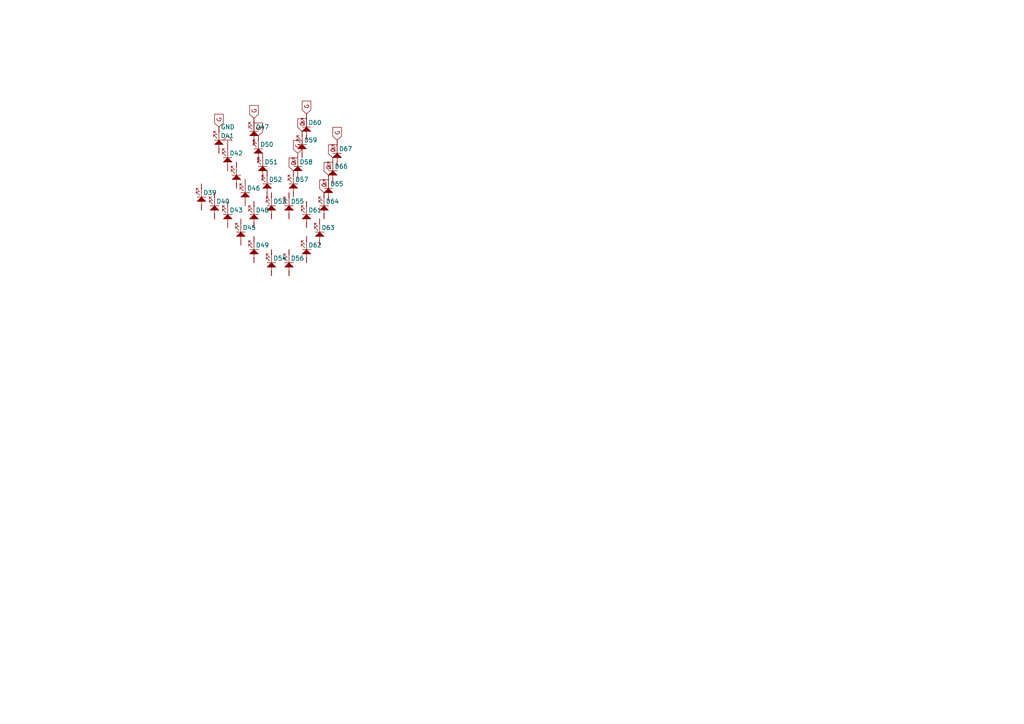
<source format=kicad_sch>
(kicad_sch
	(version 20231120)
	(generator "eeschema")
	(generator_version "8.0")
	(uuid "e641dfd0-07e7-43a4-8d74-b9975aa9fdfa")
	(paper "A4")
	(lib_symbols
		(symbol "PCM_SL_Devices:LED_5mm"
			(exclude_from_sim no)
			(in_bom yes)
			(on_board yes)
			(property "Reference" "D"
				(at -0.508 5.334 0)
				(effects
					(font
						(size 1.27 1.27)
					)
				)
			)
			(property "Value" "LED_5mm"
				(at -0.508 2.794 0)
				(effects
					(font
						(size 1.27 1.27)
					)
				)
			)
			(property "Footprint" "LED_THT:LED_D5.0mm"
				(at -1.016 -2.794 0)
				(effects
					(font
						(size 1.27 1.27)
					)
					(hide yes)
				)
			)
			(property "Datasheet" ""
				(at -1.27 0 0)
				(effects
					(font
						(size 1.27 1.27)
					)
					(hide yes)
				)
			)
			(property "Description" "Common 5mm diameter LED"
				(at 0 0 0)
				(effects
					(font
						(size 1.27 1.27)
					)
					(hide yes)
				)
			)
			(property "ki_fp_filters" "LED_D5.0mm_Clear LED_D5.0mm_Horizontal_O1.27mm_Z3.0mm LED_D5.0mm_Horizontal_O3.81mm_Z3.0mm LED_D5.0mm_Horizontal_O6.35mm_Z3.0mm"
				(at 0 0 0)
				(effects
					(font
						(size 1.27 1.27)
					)
					(hide yes)
				)
			)
			(symbol "LED_5mm_0_1"
				(polyline
					(pts
						(xy -1.27 0) (xy -2.54 0)
					)
					(stroke
						(width 0)
						(type default)
					)
					(fill
						(type none)
					)
				)
				(polyline
					(pts
						(xy 0 1.27) (xy 0 -1.27)
					)
					(stroke
						(width 0)
						(type default)
					)
					(fill
						(type none)
					)
				)
				(polyline
					(pts
						(xy 0.508 0.508) (xy 1.524 1.524)
					)
					(stroke
						(width 0)
						(type default)
					)
					(fill
						(type none)
					)
				)
				(polyline
					(pts
						(xy 1.27 0) (xy 2.54 0)
					)
					(stroke
						(width 0)
						(type default)
					)
					(fill
						(type none)
					)
				)
				(polyline
					(pts
						(xy 1.524 0.508) (xy 2.54 1.524)
					)
					(stroke
						(width 0)
						(type default)
					)
					(fill
						(type none)
					)
				)
				(polyline
					(pts
						(xy 1.524 1.524) (xy 0.889 1.524)
					)
					(stroke
						(width 0)
						(type default)
					)
					(fill
						(type none)
					)
				)
				(polyline
					(pts
						(xy 1.524 1.524) (xy 1.524 0.889)
					)
					(stroke
						(width 0)
						(type default)
					)
					(fill
						(type none)
					)
				)
				(polyline
					(pts
						(xy 2.54 1.524) (xy 1.905 1.524)
					)
					(stroke
						(width 0)
						(type default)
					)
					(fill
						(type none)
					)
				)
				(polyline
					(pts
						(xy 2.54 1.524) (xy 2.54 0.889)
					)
					(stroke
						(width 0)
						(type default)
					)
					(fill
						(type none)
					)
				)
				(polyline
					(pts
						(xy 0 0) (xy -1.27 -1.27) (xy -1.27 1.27) (xy 0 0) (xy 1.27 0)
					)
					(stroke
						(width 0)
						(type default)
					)
					(fill
						(type outline)
					)
				)
			)
			(symbol "LED_5mm_1_1"
				(pin passive line
					(at 3.81 0 180)
					(length 1.5)
					(name "~"
						(effects
							(font
								(size 1.27 1.27)
							)
						)
					)
					(number "1"
						(effects
							(font
								(size 0 0)
							)
						)
					)
				)
				(pin passive line
					(at -3.81 0 0)
					(length 1.5)
					(name ""
						(effects
							(font
								(size 1.27 1.27)
							)
						)
					)
					(number "2"
						(effects
							(font
								(size 0 0)
							)
						)
					)
				)
			)
		)
		(symbol "power:GND"
			(power)
			(pin_numbers hide)
			(pin_names
				(offset 0) hide)
			(exclude_from_sim no)
			(in_bom yes)
			(on_board yes)
			(property "Reference" "#PWR"
				(at 0 -6.35 0)
				(effects
					(font
						(size 1.27 1.27)
					)
					(hide yes)
				)
			)
			(property "Value" "GND"
				(at 0 -3.81 0)
				(effects
					(font
						(size 1.27 1.27)
					)
				)
			)
			(property "Footprint" ""
				(at 0 0 0)
				(effects
					(font
						(size 1.27 1.27)
					)
					(hide yes)
				)
			)
			(property "Datasheet" ""
				(at 0 0 0)
				(effects
					(font
						(size 1.27 1.27)
					)
					(hide yes)
				)
			)
			(property "Description" "Power symbol creates a global label with name \"GND\" , ground"
				(at 0 0 0)
				(effects
					(font
						(size 1.27 1.27)
					)
					(hide yes)
				)
			)
			(property "ki_keywords" "global power"
				(at 0 0 0)
				(effects
					(font
						(size 1.27 1.27)
					)
					(hide yes)
				)
			)
			(symbol "GND_0_1"
				(polyline
					(pts
						(xy 0 0) (xy 0 -1.27) (xy 1.27 -1.27) (xy 0 -2.54) (xy -1.27 -1.27) (xy 0 -1.27)
					)
					(stroke
						(width 0)
						(type default)
					)
					(fill
						(type none)
					)
				)
			)
			(symbol "GND_1_1"
				(pin power_in line
					(at 0 0 270)
					(length 0)
					(name "~"
						(effects
							(font
								(size 1.27 1.27)
							)
						)
					)
					(number "1"
						(effects
							(font
								(size 1.27 1.27)
							)
						)
					)
				)
			)
		)
	)
	(global_label "G"
		(shape input)
		(at 73.66 34.29 90)
		(fields_autoplaced yes)
		(effects
			(font
				(size 1.27 1.27)
			)
			(justify left)
		)
		(uuid "0d1a9212-24be-4ab1-bada-352b9e99a5ce")
		(property "Intersheetrefs" "${INTERSHEET_REFS}"
			(at 73.66 30.0348 90)
			(effects
				(font
					(size 1.27 1.27)
				)
				(justify left)
				(hide yes)
			)
		)
	)
	(global_label "G"
		(shape input)
		(at 93.98 55.88 90)
		(fields_autoplaced yes)
		(effects
			(font
				(size 1.27 1.27)
			)
			(justify left)
		)
		(uuid "205c9311-2ef8-44c6-a630-d5f919d8997a")
		(property "Intersheetrefs" "${INTERSHEET_REFS}"
			(at 93.98 51.6248 90)
			(effects
				(font
					(size 1.27 1.27)
				)
				(justify left)
				(hide yes)
			)
		)
	)
	(global_label "G"
		(shape input)
		(at 85.09 49.53 90)
		(fields_autoplaced yes)
		(effects
			(font
				(size 1.27 1.27)
			)
			(justify left)
		)
		(uuid "245231b1-e5ac-469c-bbfc-1ad8d5973c3c")
		(property "Intersheetrefs" "${INTERSHEET_REFS}"
			(at 85.09 45.2748 90)
			(effects
				(font
					(size 1.27 1.27)
				)
				(justify left)
				(hide yes)
			)
		)
	)
	(global_label "G"
		(shape input)
		(at 95.25 50.8 90)
		(fields_autoplaced yes)
		(effects
			(font
				(size 1.27 1.27)
			)
			(justify left)
		)
		(uuid "295b1f96-4a1b-407a-a250-eae57f8f44ca")
		(property "Intersheetrefs" "${INTERSHEET_REFS}"
			(at 95.25 46.5448 90)
			(effects
				(font
					(size 1.27 1.27)
				)
				(justify left)
				(hide yes)
			)
		)
	)
	(global_label "G"
		(shape input)
		(at 63.5 36.83 90)
		(fields_autoplaced yes)
		(effects
			(font
				(size 1.27 1.27)
			)
			(justify left)
		)
		(uuid "3da08cb5-b686-463b-a687-aa60d27c986a")
		(property "Intersheetrefs" "${INTERSHEET_REFS}"
			(at 63.5 32.5748 90)
			(effects
				(font
					(size 1.27 1.27)
				)
				(justify left)
				(hide yes)
			)
		)
	)
	(global_label "G"
		(shape input)
		(at 97.79 40.64 90)
		(fields_autoplaced yes)
		(effects
			(font
				(size 1.27 1.27)
			)
			(justify left)
		)
		(uuid "3f568986-5a7c-4493-a7ed-3d669facbf77")
		(property "Intersheetrefs" "${INTERSHEET_REFS}"
			(at 97.79 36.3848 90)
			(effects
				(font
					(size 1.27 1.27)
				)
				(justify left)
				(hide yes)
			)
		)
	)
	(global_label "G"
		(shape input)
		(at 88.9 33.02 90)
		(fields_autoplaced yes)
		(effects
			(font
				(size 1.27 1.27)
			)
			(justify left)
		)
		(uuid "788db478-66e6-4717-a0c2-c7b2a22476ae")
		(property "Intersheetrefs" "${INTERSHEET_REFS}"
			(at 88.9 28.7648 90)
			(effects
				(font
					(size 1.27 1.27)
				)
				(justify left)
				(hide yes)
			)
		)
	)
	(global_label "G"
		(shape input)
		(at 74.93 39.37 90)
		(fields_autoplaced yes)
		(effects
			(font
				(size 1.27 1.27)
			)
			(justify left)
		)
		(uuid "94b041da-bd8c-4c93-9da5-22356e0b4f6c")
		(property "Intersheetrefs" "${INTERSHEET_REFS}"
			(at 74.93 35.1148 90)
			(effects
				(font
					(size 1.27 1.27)
				)
				(justify left)
				(hide yes)
			)
		)
	)
	(global_label "G"
		(shape input)
		(at 96.52 45.72 90)
		(fields_autoplaced yes)
		(effects
			(font
				(size 1.27 1.27)
			)
			(justify left)
		)
		(uuid "9e46db19-7ae2-4efe-ade6-2188e40cfdf0")
		(property "Intersheetrefs" "${INTERSHEET_REFS}"
			(at 96.52 41.4648 90)
			(effects
				(font
					(size 1.27 1.27)
				)
				(justify left)
				(hide yes)
			)
		)
	)
	(global_label "G"
		(shape input)
		(at 86.36 44.45 90)
		(fields_autoplaced yes)
		(effects
			(font
				(size 1.27 1.27)
			)
			(justify left)
		)
		(uuid "b7546185-abf8-4409-be6e-5e6fd6dcfa15")
		(property "Intersheetrefs" "${INTERSHEET_REFS}"
			(at 86.36 40.1948 90)
			(effects
				(font
					(size 1.27 1.27)
				)
				(justify left)
				(hide yes)
			)
		)
	)
	(global_label "G"
		(shape input)
		(at 87.63 38.1 90)
		(fields_autoplaced yes)
		(effects
			(font
				(size 1.27 1.27)
			)
			(justify left)
		)
		(uuid "b915c4de-5d2c-44a5-84ad-a227f5484eb2")
		(property "Intersheetrefs" "${INTERSHEET_REFS}"
			(at 87.63 33.8448 90)
			(effects
				(font
					(size 1.27 1.27)
				)
				(justify left)
				(hide yes)
			)
		)
	)
	(symbol
		(lib_id "PCM_SL_Devices:LED_5mm")
		(at 86.36 48.26 90)
		(unit 1)
		(exclude_from_sim no)
		(in_bom yes)
		(on_board yes)
		(dnp no)
		(uuid "04ca772f-3eb6-4fbf-a944-3bede525dc10")
		(property "Reference" "D58"
			(at 86.868 46.99 90)
			(effects
				(font
					(size 1.27 1.27)
				)
				(justify right)
			)
		)
		(property "Value" "PLAYER1_LIFE3"
			(at 88.9 49.5299 90)
			(effects
				(font
					(size 1.27 1.27)
				)
				(justify right)
				(hide yes)
			)
		)
		(property "Footprint" "LED_THT:LED_D5.0mm"
			(at 89.154 49.276 0)
			(effects
				(font
					(size 1.27 1.27)
				)
				(hide yes)
			)
		)
		(property "Datasheet" ""
			(at 86.36 49.53 0)
			(effects
				(font
					(size 1.27 1.27)
				)
				(hide yes)
			)
		)
		(property "Description" "Common 5mm diameter LED"
			(at 86.36 48.26 0)
			(effects
				(font
					(size 1.27 1.27)
				)
				(hide yes)
			)
		)
		(pin "2"
			(uuid "234e16c6-71d8-49f7-b0d7-1140fb6c3228")
		)
		(pin "1"
			(uuid "27cf0649-1307-4a89-8503-005e117564a5")
		)
		(instances
			(project "ROCK PAPER SCISSOR"
				(path "/a739ef74-a7d8-4025-8968-182d623c8cd5/1e14f62a-e798-41cb-b49c-37b708593894"
					(reference "D58")
					(unit 1)
				)
			)
		)
	)
	(symbol
		(lib_id "PCM_SL_Devices:LED_5mm")
		(at 73.66 72.39 90)
		(unit 1)
		(exclude_from_sim no)
		(in_bom yes)
		(on_board yes)
		(dnp no)
		(uuid "08da66ad-f76c-439d-8821-1a3143e67307")
		(property "Reference" "D49"
			(at 74.168 71.12 90)
			(effects
				(font
					(size 1.27 1.27)
				)
				(justify right)
			)
		)
		(property "Value" "PLAYER1_LIFE3"
			(at 76.2 73.6599 90)
			(effects
				(font
					(size 1.27 1.27)
				)
				(justify right)
				(hide yes)
			)
		)
		(property "Footprint" "LED_THT:LED_D5.0mm"
			(at 76.454 73.406 0)
			(effects
				(font
					(size 1.27 1.27)
				)
				(hide yes)
			)
		)
		(property "Datasheet" ""
			(at 73.66 73.66 0)
			(effects
				(font
					(size 1.27 1.27)
				)
				(hide yes)
			)
		)
		(property "Description" "Common 5mm diameter LED"
			(at 73.66 72.39 0)
			(effects
				(font
					(size 1.27 1.27)
				)
				(hide yes)
			)
		)
		(pin "2"
			(uuid "d620aaf7-e3ed-4709-ad06-9378a9dc5211")
		)
		(pin "1"
			(uuid "f884ef3c-9c3f-4664-aa2c-d2c6855c9f9d")
		)
		(instances
			(project "ROCK PAPER SCISSOR"
				(path "/a739ef74-a7d8-4025-8968-182d623c8cd5/1e14f62a-e798-41cb-b49c-37b708593894"
					(reference "D49")
					(unit 1)
				)
			)
		)
	)
	(symbol
		(lib_id "PCM_SL_Devices:LED_5mm")
		(at 63.5 40.64 90)
		(unit 1)
		(exclude_from_sim no)
		(in_bom yes)
		(on_board yes)
		(dnp no)
		(uuid "20d000d1-d10b-4f28-8248-de660de33fa2")
		(property "Reference" "D41"
			(at 64.008 39.37 90)
			(effects
				(font
					(size 1.27 1.27)
				)
				(justify right)
			)
		)
		(property "Value" "PLAYER1_LIFE3"
			(at 66.04 41.9099 90)
			(effects
				(font
					(size 1.27 1.27)
				)
				(justify right)
				(hide yes)
			)
		)
		(property "Footprint" "LED_THT:LED_D5.0mm"
			(at 66.294 41.656 0)
			(effects
				(font
					(size 1.27 1.27)
				)
				(hide yes)
			)
		)
		(property "Datasheet" ""
			(at 63.5 41.91 0)
			(effects
				(font
					(size 1.27 1.27)
				)
				(hide yes)
			)
		)
		(property "Description" "Common 5mm diameter LED"
			(at 63.5 40.64 0)
			(effects
				(font
					(size 1.27 1.27)
				)
				(hide yes)
			)
		)
		(pin "2"
			(uuid "97f8c558-2477-4896-bd5b-b18937e5583f")
		)
		(pin "1"
			(uuid "5c883ef0-52f0-4313-b840-e34d79ba491d")
		)
		(instances
			(project "ROCK PAPER SCISSOR"
				(path "/a739ef74-a7d8-4025-8968-182d623c8cd5/1e14f62a-e798-41cb-b49c-37b708593894"
					(reference "D41")
					(unit 1)
				)
			)
		)
	)
	(symbol
		(lib_id "PCM_SL_Devices:LED_5mm")
		(at 73.66 62.23 90)
		(unit 1)
		(exclude_from_sim no)
		(in_bom yes)
		(on_board yes)
		(dnp no)
		(uuid "24bd5139-09f7-4fa1-a6bf-1f2d76d5c269")
		(property "Reference" "D48"
			(at 74.168 60.96 90)
			(effects
				(font
					(size 1.27 1.27)
				)
				(justify right)
			)
		)
		(property "Value" "PLAYER1_LIFE3"
			(at 76.2 63.4999 90)
			(effects
				(font
					(size 1.27 1.27)
				)
				(justify right)
				(hide yes)
			)
		)
		(property "Footprint" "LED_THT:LED_D5.0mm"
			(at 76.454 63.246 0)
			(effects
				(font
					(size 1.27 1.27)
				)
				(hide yes)
			)
		)
		(property "Datasheet" ""
			(at 73.66 63.5 0)
			(effects
				(font
					(size 1.27 1.27)
				)
				(hide yes)
			)
		)
		(property "Description" "Common 5mm diameter LED"
			(at 73.66 62.23 0)
			(effects
				(font
					(size 1.27 1.27)
				)
				(hide yes)
			)
		)
		(pin "2"
			(uuid "73ca9b66-f5d0-40ab-a0e2-6d40298f0d75")
		)
		(pin "1"
			(uuid "deed868e-1a81-48e1-9460-26387569321a")
		)
		(instances
			(project "ROCK PAPER SCISSOR"
				(path "/a739ef74-a7d8-4025-8968-182d623c8cd5/1e14f62a-e798-41cb-b49c-37b708593894"
					(reference "D48")
					(unit 1)
				)
			)
		)
	)
	(symbol
		(lib_id "PCM_SL_Devices:LED_5mm")
		(at 88.9 72.39 90)
		(unit 1)
		(exclude_from_sim no)
		(in_bom yes)
		(on_board yes)
		(dnp no)
		(uuid "2b665ef0-f533-47ed-b0f2-66f248b7aacc")
		(property "Reference" "D62"
			(at 89.408 71.12 90)
			(effects
				(font
					(size 1.27 1.27)
				)
				(justify right)
			)
		)
		(property "Value" "PLAYER1_LIFE3"
			(at 91.44 73.6599 90)
			(effects
				(font
					(size 1.27 1.27)
				)
				(justify right)
				(hide yes)
			)
		)
		(property "Footprint" "LED_THT:LED_D5.0mm"
			(at 91.694 73.406 0)
			(effects
				(font
					(size 1.27 1.27)
				)
				(hide yes)
			)
		)
		(property "Datasheet" ""
			(at 88.9 73.66 0)
			(effects
				(font
					(size 1.27 1.27)
				)
				(hide yes)
			)
		)
		(property "Description" "Common 5mm diameter LED"
			(at 88.9 72.39 0)
			(effects
				(font
					(size 1.27 1.27)
				)
				(hide yes)
			)
		)
		(pin "2"
			(uuid "4db73408-4dcb-4989-bdaa-03ff68efb0e1")
		)
		(pin "1"
			(uuid "3eb19210-4570-4859-8f4c-a5e5cd01974f")
		)
		(instances
			(project "ROCK PAPER SCISSOR"
				(path "/a739ef74-a7d8-4025-8968-182d623c8cd5/1e14f62a-e798-41cb-b49c-37b708593894"
					(reference "D62")
					(unit 1)
				)
			)
		)
	)
	(symbol
		(lib_id "PCM_SL_Devices:LED_5mm")
		(at 78.74 76.2 90)
		(unit 1)
		(exclude_from_sim no)
		(in_bom yes)
		(on_board yes)
		(dnp no)
		(uuid "403145ef-56b0-4f27-9265-2048097fe154")
		(property "Reference" "D54"
			(at 79.248 74.93 90)
			(effects
				(font
					(size 1.27 1.27)
				)
				(justify right)
			)
		)
		(property "Value" "PLAYER1_LIFE3"
			(at 81.28 77.4699 90)
			(effects
				(font
					(size 1.27 1.27)
				)
				(justify right)
				(hide yes)
			)
		)
		(property "Footprint" "LED_THT:LED_D5.0mm"
			(at 81.534 77.216 0)
			(effects
				(font
					(size 1.27 1.27)
				)
				(hide yes)
			)
		)
		(property "Datasheet" ""
			(at 78.74 77.47 0)
			(effects
				(font
					(size 1.27 1.27)
				)
				(hide yes)
			)
		)
		(property "Description" "Common 5mm diameter LED"
			(at 78.74 76.2 0)
			(effects
				(font
					(size 1.27 1.27)
				)
				(hide yes)
			)
		)
		(pin "2"
			(uuid "7ab4ed81-f64c-469b-8022-0f3fb67bdabe")
		)
		(pin "1"
			(uuid "ce7b82bd-624c-4b31-94c9-3f8811b6f2d4")
		)
		(instances
			(project "ROCK PAPER SCISSOR"
				(path "/a739ef74-a7d8-4025-8968-182d623c8cd5/1e14f62a-e798-41cb-b49c-37b708593894"
					(reference "D54")
					(unit 1)
				)
			)
		)
	)
	(symbol
		(lib_id "PCM_SL_Devices:LED_5mm")
		(at 73.66 38.1 90)
		(unit 1)
		(exclude_from_sim no)
		(in_bom yes)
		(on_board yes)
		(dnp no)
		(uuid "467cec6c-fd87-4c37-b518-9e3b23eb20eb")
		(property "Reference" "D47"
			(at 74.168 36.83 90)
			(effects
				(font
					(size 1.27 1.27)
				)
				(justify right)
			)
		)
		(property "Value" "PLAYER1_LIFE3"
			(at 76.2 39.3699 90)
			(effects
				(font
					(size 1.27 1.27)
				)
				(justify right)
				(hide yes)
			)
		)
		(property "Footprint" "LED_THT:LED_D5.0mm"
			(at 76.454 39.116 0)
			(effects
				(font
					(size 1.27 1.27)
				)
				(hide yes)
			)
		)
		(property "Datasheet" ""
			(at 73.66 39.37 0)
			(effects
				(font
					(size 1.27 1.27)
				)
				(hide yes)
			)
		)
		(property "Description" "Common 5mm diameter LED"
			(at 73.66 38.1 0)
			(effects
				(font
					(size 1.27 1.27)
				)
				(hide yes)
			)
		)
		(pin "2"
			(uuid "cfc2123d-e173-4425-adb9-1a51dc0b38ad")
		)
		(pin "1"
			(uuid "31dad0bc-8754-4fc3-8b91-392e6a133082")
		)
		(instances
			(project "ROCK PAPER SCISSOR"
				(path "/a739ef74-a7d8-4025-8968-182d623c8cd5/1e14f62a-e798-41cb-b49c-37b708593894"
					(reference "D47")
					(unit 1)
				)
			)
		)
	)
	(symbol
		(lib_id "PCM_SL_Devices:LED_5mm")
		(at 74.93 43.18 90)
		(unit 1)
		(exclude_from_sim no)
		(in_bom yes)
		(on_board yes)
		(dnp no)
		(uuid "475af6aa-10e6-4303-838b-e857192070d2")
		(property "Reference" "D50"
			(at 75.438 41.91 90)
			(effects
				(font
					(size 1.27 1.27)
				)
				(justify right)
			)
		)
		(property "Value" "PLAYER1_LIFE3"
			(at 77.47 44.4499 90)
			(effects
				(font
					(size 1.27 1.27)
				)
				(justify right)
				(hide yes)
			)
		)
		(property "Footprint" "LED_THT:LED_D5.0mm"
			(at 77.724 44.196 0)
			(effects
				(font
					(size 1.27 1.27)
				)
				(hide yes)
			)
		)
		(property "Datasheet" ""
			(at 74.93 44.45 0)
			(effects
				(font
					(size 1.27 1.27)
				)
				(hide yes)
			)
		)
		(property "Description" "Common 5mm diameter LED"
			(at 74.93 43.18 0)
			(effects
				(font
					(size 1.27 1.27)
				)
				(hide yes)
			)
		)
		(pin "2"
			(uuid "d58d65d6-4a50-4fa8-8fd0-0b8c427fc2df")
		)
		(pin "1"
			(uuid "02672048-f3de-4be9-bd24-09cbf56b194e")
		)
		(instances
			(project "ROCK PAPER SCISSOR"
				(path "/a739ef74-a7d8-4025-8968-182d623c8cd5/1e14f62a-e798-41cb-b49c-37b708593894"
					(reference "D50")
					(unit 1)
				)
			)
		)
	)
	(symbol
		(lib_id "PCM_SL_Devices:LED_5mm")
		(at 77.47 53.34 90)
		(unit 1)
		(exclude_from_sim no)
		(in_bom yes)
		(on_board yes)
		(dnp no)
		(uuid "4837eb29-7aaf-448b-a4ec-334a0b2d9a24")
		(property "Reference" "D52"
			(at 77.978 52.07 90)
			(effects
				(font
					(size 1.27 1.27)
				)
				(justify right)
			)
		)
		(property "Value" "PLAYER1_LIFE3"
			(at 80.01 54.6099 90)
			(effects
				(font
					(size 1.27 1.27)
				)
				(justify right)
				(hide yes)
			)
		)
		(property "Footprint" "LED_THT:LED_D5.0mm"
			(at 80.264 54.356 0)
			(effects
				(font
					(size 1.27 1.27)
				)
				(hide yes)
			)
		)
		(property "Datasheet" ""
			(at 77.47 54.61 0)
			(effects
				(font
					(size 1.27 1.27)
				)
				(hide yes)
			)
		)
		(property "Description" "Common 5mm diameter LED"
			(at 77.47 53.34 0)
			(effects
				(font
					(size 1.27 1.27)
				)
				(hide yes)
			)
		)
		(pin "2"
			(uuid "7e42506b-8316-4d4b-9008-660d33ee8fdf")
		)
		(pin "1"
			(uuid "473f3760-609c-4d05-acd6-07d6a9f92bbd")
		)
		(instances
			(project "ROCK PAPER SCISSOR"
				(path "/a739ef74-a7d8-4025-8968-182d623c8cd5/1e14f62a-e798-41cb-b49c-37b708593894"
					(reference "D52")
					(unit 1)
				)
			)
		)
	)
	(symbol
		(lib_id "PCM_SL_Devices:LED_5mm")
		(at 76.2 48.26 90)
		(unit 1)
		(exclude_from_sim no)
		(in_bom yes)
		(on_board yes)
		(dnp no)
		(uuid "498b1cf5-c086-437b-9325-7039bfec9e21")
		(property "Reference" "D51"
			(at 76.708 46.99 90)
			(effects
				(font
					(size 1.27 1.27)
				)
				(justify right)
			)
		)
		(property "Value" "PLAYER1_LIFE3"
			(at 78.74 49.5299 90)
			(effects
				(font
					(size 1.27 1.27)
				)
				(justify right)
				(hide yes)
			)
		)
		(property "Footprint" "LED_THT:LED_D5.0mm"
			(at 78.994 49.276 0)
			(effects
				(font
					(size 1.27 1.27)
				)
				(hide yes)
			)
		)
		(property "Datasheet" ""
			(at 76.2 49.53 0)
			(effects
				(font
					(size 1.27 1.27)
				)
				(hide yes)
			)
		)
		(property "Description" "Common 5mm diameter LED"
			(at 76.2 48.26 0)
			(effects
				(font
					(size 1.27 1.27)
				)
				(hide yes)
			)
		)
		(pin "2"
			(uuid "d31208a4-5f95-4fe4-b09b-bb4bb9a180b1")
		)
		(pin "1"
			(uuid "5ad4aad2-c940-464d-a0e3-fcfa7ea8402c")
		)
		(instances
			(project "ROCK PAPER SCISSOR"
				(path "/a739ef74-a7d8-4025-8968-182d623c8cd5/1e14f62a-e798-41cb-b49c-37b708593894"
					(reference "D51")
					(unit 1)
				)
			)
		)
	)
	(symbol
		(lib_id "PCM_SL_Devices:LED_5mm")
		(at 69.85 67.31 90)
		(unit 1)
		(exclude_from_sim no)
		(in_bom yes)
		(on_board yes)
		(dnp no)
		(uuid "4a147315-f2f0-4caf-9ff7-1139cfc9feb1")
		(property "Reference" "D45"
			(at 70.358 66.04 90)
			(effects
				(font
					(size 1.27 1.27)
				)
				(justify right)
			)
		)
		(property "Value" "PLAYER1_LIFE3"
			(at 72.39 68.5799 90)
			(effects
				(font
					(size 1.27 1.27)
				)
				(justify right)
				(hide yes)
			)
		)
		(property "Footprint" "LED_THT:LED_D5.0mm"
			(at 72.644 68.326 0)
			(effects
				(font
					(size 1.27 1.27)
				)
				(hide yes)
			)
		)
		(property "Datasheet" ""
			(at 69.85 68.58 0)
			(effects
				(font
					(size 1.27 1.27)
				)
				(hide yes)
			)
		)
		(property "Description" "Common 5mm diameter LED"
			(at 69.85 67.31 0)
			(effects
				(font
					(size 1.27 1.27)
				)
				(hide yes)
			)
		)
		(pin "2"
			(uuid "1e6e361a-e034-4ad7-86d8-2de507f8f0c4")
		)
		(pin "1"
			(uuid "9ec4618b-dc7b-4e66-acb3-d0439e68b9f3")
		)
		(instances
			(project "ROCK PAPER SCISSOR"
				(path "/a739ef74-a7d8-4025-8968-182d623c8cd5/1e14f62a-e798-41cb-b49c-37b708593894"
					(reference "D45")
					(unit 1)
				)
			)
		)
	)
	(symbol
		(lib_id "PCM_SL_Devices:LED_5mm")
		(at 87.63 41.91 90)
		(unit 1)
		(exclude_from_sim no)
		(in_bom yes)
		(on_board yes)
		(dnp no)
		(uuid "5b1aaf7c-5f42-41ac-a053-c21cbeb96e00")
		(property "Reference" "D59"
			(at 88.138 40.64 90)
			(effects
				(font
					(size 1.27 1.27)
				)
				(justify right)
			)
		)
		(property "Value" "PLAYER1_LIFE3"
			(at 90.17 43.1799 90)
			(effects
				(font
					(size 1.27 1.27)
				)
				(justify right)
				(hide yes)
			)
		)
		(property "Footprint" "LED_THT:LED_D5.0mm"
			(at 90.424 42.926 0)
			(effects
				(font
					(size 1.27 1.27)
				)
				(hide yes)
			)
		)
		(property "Datasheet" ""
			(at 87.63 43.18 0)
			(effects
				(font
					(size 1.27 1.27)
				)
				(hide yes)
			)
		)
		(property "Description" "Common 5mm diameter LED"
			(at 87.63 41.91 0)
			(effects
				(font
					(size 1.27 1.27)
				)
				(hide yes)
			)
		)
		(pin "2"
			(uuid "397a5553-ef2a-4f0c-a3e6-14caaad5eec8")
		)
		(pin "1"
			(uuid "4b8543a0-ec9c-4b76-b265-af8dcbc9652e")
		)
		(instances
			(project "ROCK PAPER SCISSOR"
				(path "/a739ef74-a7d8-4025-8968-182d623c8cd5/1e14f62a-e798-41cb-b49c-37b708593894"
					(reference "D59")
					(unit 1)
				)
			)
		)
	)
	(symbol
		(lib_id "PCM_SL_Devices:LED_5mm")
		(at 85.09 53.34 90)
		(unit 1)
		(exclude_from_sim no)
		(in_bom yes)
		(on_board yes)
		(dnp no)
		(uuid "6582c05c-4880-4fe5-b1c2-56754af29233")
		(property "Reference" "D57"
			(at 85.598 52.07 90)
			(effects
				(font
					(size 1.27 1.27)
				)
				(justify right)
			)
		)
		(property "Value" "PLAYER1_LIFE3"
			(at 87.63 54.6099 90)
			(effects
				(font
					(size 1.27 1.27)
				)
				(justify right)
				(hide yes)
			)
		)
		(property "Footprint" "LED_THT:LED_D5.0mm"
			(at 87.884 54.356 0)
			(effects
				(font
					(size 1.27 1.27)
				)
				(hide yes)
			)
		)
		(property "Datasheet" ""
			(at 85.09 54.61 0)
			(effects
				(font
					(size 1.27 1.27)
				)
				(hide yes)
			)
		)
		(property "Description" "Common 5mm diameter LED"
			(at 85.09 53.34 0)
			(effects
				(font
					(size 1.27 1.27)
				)
				(hide yes)
			)
		)
		(pin "2"
			(uuid "559166e0-8c9c-45d1-9217-d3f51410c89c")
		)
		(pin "1"
			(uuid "34e81437-d1c9-45af-8083-0680047f065e")
		)
		(instances
			(project "ROCK PAPER SCISSOR"
				(path "/a739ef74-a7d8-4025-8968-182d623c8cd5/1e14f62a-e798-41cb-b49c-37b708593894"
					(reference "D57")
					(unit 1)
				)
			)
		)
	)
	(symbol
		(lib_id "PCM_SL_Devices:LED_5mm")
		(at 83.82 59.69 90)
		(unit 1)
		(exclude_from_sim no)
		(in_bom yes)
		(on_board yes)
		(dnp no)
		(uuid "685facb9-6559-4b53-86bd-b33af6eb8df1")
		(property "Reference" "D55"
			(at 84.328 58.42 90)
			(effects
				(font
					(size 1.27 1.27)
				)
				(justify right)
			)
		)
		(property "Value" "PLAYER1_LIFE3"
			(at 86.36 60.9599 90)
			(effects
				(font
					(size 1.27 1.27)
				)
				(justify right)
				(hide yes)
			)
		)
		(property "Footprint" "LED_THT:LED_D5.0mm"
			(at 86.614 60.706 0)
			(effects
				(font
					(size 1.27 1.27)
				)
				(hide yes)
			)
		)
		(property "Datasheet" ""
			(at 83.82 60.96 0)
			(effects
				(font
					(size 1.27 1.27)
				)
				(hide yes)
			)
		)
		(property "Description" "Common 5mm diameter LED"
			(at 83.82 59.69 0)
			(effects
				(font
					(size 1.27 1.27)
				)
				(hide yes)
			)
		)
		(pin "2"
			(uuid "b7d272b0-78fd-4a74-bbb2-d882ad2f9ee0")
		)
		(pin "1"
			(uuid "6be930a9-b08f-4f27-a32f-d6975625c342")
		)
		(instances
			(project "ROCK PAPER SCISSOR"
				(path "/a739ef74-a7d8-4025-8968-182d623c8cd5/1e14f62a-e798-41cb-b49c-37b708593894"
					(reference "D55")
					(unit 1)
				)
			)
		)
	)
	(symbol
		(lib_id "PCM_SL_Devices:LED_5mm")
		(at 96.52 49.53 90)
		(unit 1)
		(exclude_from_sim no)
		(in_bom yes)
		(on_board yes)
		(dnp no)
		(uuid "696edc04-bbb6-41d0-8f04-bbd7ee3501b9")
		(property "Reference" "D66"
			(at 97.028 48.26 90)
			(effects
				(font
					(size 1.27 1.27)
				)
				(justify right)
			)
		)
		(property "Value" "PLAYER1_LIFE3"
			(at 99.06 50.7999 90)
			(effects
				(font
					(size 1.27 1.27)
				)
				(justify right)
				(hide yes)
			)
		)
		(property "Footprint" "LED_THT:LED_D5.0mm"
			(at 99.314 50.546 0)
			(effects
				(font
					(size 1.27 1.27)
				)
				(hide yes)
			)
		)
		(property "Datasheet" ""
			(at 96.52 50.8 0)
			(effects
				(font
					(size 1.27 1.27)
				)
				(hide yes)
			)
		)
		(property "Description" "Common 5mm diameter LED"
			(at 96.52 49.53 0)
			(effects
				(font
					(size 1.27 1.27)
				)
				(hide yes)
			)
		)
		(pin "2"
			(uuid "22ebaad4-d823-486c-a43c-6dd548477446")
		)
		(pin "1"
			(uuid "b6460550-7c7f-48b2-98b6-3badaf3240aa")
		)
		(instances
			(project "ROCK PAPER SCISSOR"
				(path "/a739ef74-a7d8-4025-8968-182d623c8cd5/1e14f62a-e798-41cb-b49c-37b708593894"
					(reference "D66")
					(unit 1)
				)
			)
		)
	)
	(symbol
		(lib_id "PCM_SL_Devices:LED_5mm")
		(at 58.42 57.15 90)
		(unit 1)
		(exclude_from_sim no)
		(in_bom yes)
		(on_board yes)
		(dnp no)
		(uuid "6b3018a1-98dc-492d-a241-4eccd07cdc02")
		(property "Reference" "D39"
			(at 58.928 55.88 90)
			(effects
				(font
					(size 1.27 1.27)
				)
				(justify right)
			)
		)
		(property "Value" "PLAYER1_LIFE3"
			(at 60.96 58.4199 90)
			(effects
				(font
					(size 1.27 1.27)
				)
				(justify right)
				(hide yes)
			)
		)
		(property "Footprint" "LED_THT:LED_D5.0mm"
			(at 61.214 58.166 0)
			(effects
				(font
					(size 1.27 1.27)
				)
				(hide yes)
			)
		)
		(property "Datasheet" ""
			(at 58.42 58.42 0)
			(effects
				(font
					(size 1.27 1.27)
				)
				(hide yes)
			)
		)
		(property "Description" "Common 5mm diameter LED"
			(at 58.42 57.15 0)
			(effects
				(font
					(size 1.27 1.27)
				)
				(hide yes)
			)
		)
		(pin "2"
			(uuid "b0c07d7c-0f73-4202-8bbf-3e8e9ddde692")
		)
		(pin "1"
			(uuid "fd22bebc-0521-463b-a537-73db91a71cd1")
		)
		(instances
			(project "ROCK PAPER SCISSOR"
				(path "/a739ef74-a7d8-4025-8968-182d623c8cd5/1e14f62a-e798-41cb-b49c-37b708593894"
					(reference "D39")
					(unit 1)
				)
			)
		)
	)
	(symbol
		(lib_id "PCM_SL_Devices:LED_5mm")
		(at 62.23 59.69 90)
		(unit 1)
		(exclude_from_sim no)
		(in_bom yes)
		(on_board yes)
		(dnp no)
		(uuid "6e568b5c-5651-4a67-b0a4-95d35d2a3b9a")
		(property "Reference" "D40"
			(at 62.738 58.42 90)
			(effects
				(font
					(size 1.27 1.27)
				)
				(justify right)
			)
		)
		(property "Value" "PLAYER1_LIFE3"
			(at 64.77 60.9599 90)
			(effects
				(font
					(size 1.27 1.27)
				)
				(justify right)
				(hide yes)
			)
		)
		(property "Footprint" "LED_THT:LED_D5.0mm"
			(at 65.024 60.706 0)
			(effects
				(font
					(size 1.27 1.27)
				)
				(hide yes)
			)
		)
		(property "Datasheet" ""
			(at 62.23 60.96 0)
			(effects
				(font
					(size 1.27 1.27)
				)
				(hide yes)
			)
		)
		(property "Description" "Common 5mm diameter LED"
			(at 62.23 59.69 0)
			(effects
				(font
					(size 1.27 1.27)
				)
				(hide yes)
			)
		)
		(pin "2"
			(uuid "c156aca6-1b3b-4ade-ba70-875a804b4f8c")
		)
		(pin "1"
			(uuid "fafb9f9e-b33c-4daf-bfce-690ddf17df7e")
		)
		(instances
			(project "ROCK PAPER SCISSOR"
				(path "/a739ef74-a7d8-4025-8968-182d623c8cd5/1e14f62a-e798-41cb-b49c-37b708593894"
					(reference "D40")
					(unit 1)
				)
			)
		)
	)
	(symbol
		(lib_id "PCM_SL_Devices:LED_5mm")
		(at 83.82 76.2 90)
		(unit 1)
		(exclude_from_sim no)
		(in_bom yes)
		(on_board yes)
		(dnp no)
		(uuid "7583cada-6d06-4e6c-bc94-bd3d9ba721f3")
		(property "Reference" "D56"
			(at 84.328 74.93 90)
			(effects
				(font
					(size 1.27 1.27)
				)
				(justify right)
			)
		)
		(property "Value" "PLAYER1_LIFE3"
			(at 86.36 77.4699 90)
			(effects
				(font
					(size 1.27 1.27)
				)
				(justify right)
				(hide yes)
			)
		)
		(property "Footprint" "LED_THT:LED_D5.0mm"
			(at 86.614 77.216 0)
			(effects
				(font
					(size 1.27 1.27)
				)
				(hide yes)
			)
		)
		(property "Datasheet" ""
			(at 83.82 77.47 0)
			(effects
				(font
					(size 1.27 1.27)
				)
				(hide yes)
			)
		)
		(property "Description" "Common 5mm diameter LED"
			(at 83.82 76.2 0)
			(effects
				(font
					(size 1.27 1.27)
				)
				(hide yes)
			)
		)
		(pin "2"
			(uuid "512a5dd9-c1f6-406b-a366-8187aeab1f52")
		)
		(pin "1"
			(uuid "035995cd-f18e-4827-855f-44e1822230d8")
		)
		(instances
			(project "ROCK PAPER SCISSOR"
				(path "/a739ef74-a7d8-4025-8968-182d623c8cd5/1e14f62a-e798-41cb-b49c-37b708593894"
					(reference "D56")
					(unit 1)
				)
			)
		)
	)
	(symbol
		(lib_id "PCM_SL_Devices:LED_5mm")
		(at 66.04 45.72 90)
		(unit 1)
		(exclude_from_sim no)
		(in_bom yes)
		(on_board yes)
		(dnp no)
		(uuid "7612133a-d524-4390-81f7-9c9f6f424786")
		(property "Reference" "D42"
			(at 66.548 44.45 90)
			(effects
				(font
					(size 1.27 1.27)
				)
				(justify right)
			)
		)
		(property "Value" "PLAYER1_LIFE3"
			(at 68.58 46.9899 90)
			(effects
				(font
					(size 1.27 1.27)
				)
				(justify right)
				(hide yes)
			)
		)
		(property "Footprint" "LED_THT:LED_D5.0mm"
			(at 68.834 46.736 0)
			(effects
				(font
					(size 1.27 1.27)
				)
				(hide yes)
			)
		)
		(property "Datasheet" ""
			(at 66.04 46.99 0)
			(effects
				(font
					(size 1.27 1.27)
				)
				(hide yes)
			)
		)
		(property "Description" "Common 5mm diameter LED"
			(at 66.04 45.72 0)
			(effects
				(font
					(size 1.27 1.27)
				)
				(hide yes)
			)
		)
		(pin "2"
			(uuid "69d8326b-4a22-45d9-a91e-614822354aa0")
		)
		(pin "1"
			(uuid "e11c6436-04f1-4923-a5d3-22e92809d5c7")
		)
		(instances
			(project "ROCK PAPER SCISSOR"
				(path "/a739ef74-a7d8-4025-8968-182d623c8cd5/1e14f62a-e798-41cb-b49c-37b708593894"
					(reference "D42")
					(unit 1)
				)
			)
		)
	)
	(symbol
		(lib_id "PCM_SL_Devices:LED_5mm")
		(at 88.9 62.23 90)
		(unit 1)
		(exclude_from_sim no)
		(in_bom yes)
		(on_board yes)
		(dnp no)
		(uuid "7c9e935c-12ed-4f70-a7b0-1895ee0fb4b0")
		(property "Reference" "D61"
			(at 89.408 60.96 90)
			(effects
				(font
					(size 1.27 1.27)
				)
				(justify right)
			)
		)
		(property "Value" "PLAYER1_LIFE3"
			(at 91.44 63.4999 90)
			(effects
				(font
					(size 1.27 1.27)
				)
				(justify right)
				(hide yes)
			)
		)
		(property "Footprint" "LED_THT:LED_D5.0mm"
			(at 91.694 63.246 0)
			(effects
				(font
					(size 1.27 1.27)
				)
				(hide yes)
			)
		)
		(property "Datasheet" ""
			(at 88.9 63.5 0)
			(effects
				(font
					(size 1.27 1.27)
				)
				(hide yes)
			)
		)
		(property "Description" "Common 5mm diameter LED"
			(at 88.9 62.23 0)
			(effects
				(font
					(size 1.27 1.27)
				)
				(hide yes)
			)
		)
		(pin "2"
			(uuid "5ebb0df7-4eb7-4f78-ab34-4cdf1fa28cf5")
		)
		(pin "1"
			(uuid "a7150a78-1f57-425e-9fe1-8e82eebfa9f8")
		)
		(instances
			(project "ROCK PAPER SCISSOR"
				(path "/a739ef74-a7d8-4025-8968-182d623c8cd5/1e14f62a-e798-41cb-b49c-37b708593894"
					(reference "D61")
					(unit 1)
				)
			)
		)
	)
	(symbol
		(lib_id "PCM_SL_Devices:LED_5mm")
		(at 78.74 59.69 90)
		(unit 1)
		(exclude_from_sim no)
		(in_bom yes)
		(on_board yes)
		(dnp no)
		(uuid "7f39bcfb-8d65-4b22-ae6c-0b0fc533e0f2")
		(property "Reference" "D53"
			(at 79.248 58.42 90)
			(effects
				(font
					(size 1.27 1.27)
				)
				(justify right)
			)
		)
		(property "Value" "PLAYER1_LIFE3"
			(at 81.28 60.9599 90)
			(effects
				(font
					(size 1.27 1.27)
				)
				(justify right)
				(hide yes)
			)
		)
		(property "Footprint" "LED_THT:LED_D5.0mm"
			(at 81.534 60.706 0)
			(effects
				(font
					(size 1.27 1.27)
				)
				(hide yes)
			)
		)
		(property "Datasheet" ""
			(at 78.74 60.96 0)
			(effects
				(font
					(size 1.27 1.27)
				)
				(hide yes)
			)
		)
		(property "Description" "Common 5mm diameter LED"
			(at 78.74 59.69 0)
			(effects
				(font
					(size 1.27 1.27)
				)
				(hide yes)
			)
		)
		(pin "2"
			(uuid "18dd5d82-d641-4a26-9c72-c7f162ab1198")
		)
		(pin "1"
			(uuid "f234c817-bf53-4bcd-bc28-b7be5e568d59")
		)
		(instances
			(project "ROCK PAPER SCISSOR"
				(path "/a739ef74-a7d8-4025-8968-182d623c8cd5/1e14f62a-e798-41cb-b49c-37b708593894"
					(reference "D53")
					(unit 1)
				)
			)
		)
	)
	(symbol
		(lib_id "PCM_SL_Devices:LED_5mm")
		(at 95.25 54.61 90)
		(unit 1)
		(exclude_from_sim no)
		(in_bom yes)
		(on_board yes)
		(dnp no)
		(uuid "8347ad4c-eb7e-4927-bc45-4172c26815e9")
		(property "Reference" "D65"
			(at 95.758 53.34 90)
			(effects
				(font
					(size 1.27 1.27)
				)
				(justify right)
			)
		)
		(property "Value" "PLAYER1_LIFE3"
			(at 97.79 55.8799 90)
			(effects
				(font
					(size 1.27 1.27)
				)
				(justify right)
				(hide yes)
			)
		)
		(property "Footprint" "LED_THT:LED_D5.0mm"
			(at 98.044 55.626 0)
			(effects
				(font
					(size 1.27 1.27)
				)
				(hide yes)
			)
		)
		(property "Datasheet" ""
			(at 95.25 55.88 0)
			(effects
				(font
					(size 1.27 1.27)
				)
				(hide yes)
			)
		)
		(property "Description" "Common 5mm diameter LED"
			(at 95.25 54.61 0)
			(effects
				(font
					(size 1.27 1.27)
				)
				(hide yes)
			)
		)
		(pin "2"
			(uuid "a3a2be9f-de6e-43da-b84a-45cc3dead38f")
		)
		(pin "1"
			(uuid "86561008-9a9b-49b3-97c4-3e6c069ee6d4")
		)
		(instances
			(project "ROCK PAPER SCISSOR"
				(path "/a739ef74-a7d8-4025-8968-182d623c8cd5/1e14f62a-e798-41cb-b49c-37b708593894"
					(reference "D65")
					(unit 1)
				)
			)
		)
	)
	(symbol
		(lib_id "PCM_SL_Devices:LED_5mm")
		(at 92.71 67.31 90)
		(unit 1)
		(exclude_from_sim no)
		(in_bom yes)
		(on_board yes)
		(dnp no)
		(uuid "896a107e-bb56-4aae-88ab-ff8c4e3a304f")
		(property "Reference" "D63"
			(at 93.218 66.04 90)
			(effects
				(font
					(size 1.27 1.27)
				)
				(justify right)
			)
		)
		(property "Value" "PLAYER1_LIFE3"
			(at 95.25 68.5799 90)
			(effects
				(font
					(size 1.27 1.27)
				)
				(justify right)
				(hide yes)
			)
		)
		(property "Footprint" "LED_THT:LED_D5.0mm"
			(at 95.504 68.326 0)
			(effects
				(font
					(size 1.27 1.27)
				)
				(hide yes)
			)
		)
		(property "Datasheet" ""
			(at 92.71 68.58 0)
			(effects
				(font
					(size 1.27 1.27)
				)
				(hide yes)
			)
		)
		(property "Description" "Common 5mm diameter LED"
			(at 92.71 67.31 0)
			(effects
				(font
					(size 1.27 1.27)
				)
				(hide yes)
			)
		)
		(pin "2"
			(uuid "077b6bc6-1e25-4464-8b53-a5085f162345")
		)
		(pin "1"
			(uuid "d596b8a5-3f0d-4437-bb5c-f11d408b4040")
		)
		(instances
			(project "ROCK PAPER SCISSOR"
				(path "/a739ef74-a7d8-4025-8968-182d623c8cd5/1e14f62a-e798-41cb-b49c-37b708593894"
					(reference "D63")
					(unit 1)
				)
			)
		)
	)
	(symbol
		(lib_id "PCM_SL_Devices:LED_5mm")
		(at 93.98 59.69 90)
		(unit 1)
		(exclude_from_sim no)
		(in_bom yes)
		(on_board yes)
		(dnp no)
		(uuid "9ba5cf0b-0410-4fbe-94ea-47ffd9110341")
		(property "Reference" "D64"
			(at 94.488 58.42 90)
			(effects
				(font
					(size 1.27 1.27)
				)
				(justify right)
			)
		)
		(property "Value" "PLAYER1_LIFE3"
			(at 96.52 60.9599 90)
			(effects
				(font
					(size 1.27 1.27)
				)
				(justify right)
				(hide yes)
			)
		)
		(property "Footprint" "LED_THT:LED_D5.0mm"
			(at 96.774 60.706 0)
			(effects
				(font
					(size 1.27 1.27)
				)
				(hide yes)
			)
		)
		(property "Datasheet" ""
			(at 93.98 60.96 0)
			(effects
				(font
					(size 1.27 1.27)
				)
				(hide yes)
			)
		)
		(property "Description" "Common 5mm diameter LED"
			(at 93.98 59.69 0)
			(effects
				(font
					(size 1.27 1.27)
				)
				(hide yes)
			)
		)
		(pin "2"
			(uuid "ca489847-f009-4b7b-b2e0-36900863cad6")
		)
		(pin "1"
			(uuid "4bfa1105-9d94-4bf7-a0fa-819ecc29a693")
		)
		(instances
			(project "ROCK PAPER SCISSOR"
				(path "/a739ef74-a7d8-4025-8968-182d623c8cd5/1e14f62a-e798-41cb-b49c-37b708593894"
					(reference "D64")
					(unit 1)
				)
			)
		)
	)
	(symbol
		(lib_id "PCM_SL_Devices:LED_5mm")
		(at 71.12 55.88 90)
		(unit 1)
		(exclude_from_sim no)
		(in_bom yes)
		(on_board yes)
		(dnp no)
		(uuid "9cd0ba8f-d406-45e5-b14c-fd0bb6ca772a")
		(property "Reference" "D46"
			(at 71.628 54.61 90)
			(effects
				(font
					(size 1.27 1.27)
				)
				(justify right)
			)
		)
		(property "Value" "PLAYER1_LIFE3"
			(at 73.66 57.1499 90)
			(effects
				(font
					(size 1.27 1.27)
				)
				(justify right)
				(hide yes)
			)
		)
		(property "Footprint" "LED_THT:LED_D5.0mm"
			(at 73.914 56.896 0)
			(effects
				(font
					(size 1.27 1.27)
				)
				(hide yes)
			)
		)
		(property "Datasheet" ""
			(at 71.12 57.15 0)
			(effects
				(font
					(size 1.27 1.27)
				)
				(hide yes)
			)
		)
		(property "Description" "Common 5mm diameter LED"
			(at 71.12 55.88 0)
			(effects
				(font
					(size 1.27 1.27)
				)
				(hide yes)
			)
		)
		(pin "2"
			(uuid "6f148df0-9c33-4a6e-82f7-cd47fca4c1b8")
		)
		(pin "1"
			(uuid "e0f329a6-af40-4eff-90d5-e095744a7d12")
		)
		(instances
			(project "ROCK PAPER SCISSOR"
				(path "/a739ef74-a7d8-4025-8968-182d623c8cd5/1e14f62a-e798-41cb-b49c-37b708593894"
					(reference "D46")
					(unit 1)
				)
			)
		)
	)
	(symbol
		(lib_id "PCM_SL_Devices:LED_5mm")
		(at 88.9 36.83 90)
		(unit 1)
		(exclude_from_sim no)
		(in_bom yes)
		(on_board yes)
		(dnp no)
		(uuid "a0745e25-f8ec-4e7f-bb83-7d60e57fff43")
		(property "Reference" "D60"
			(at 89.408 35.56 90)
			(effects
				(font
					(size 1.27 1.27)
				)
				(justify right)
			)
		)
		(property "Value" "PLAYER1_LIFE3"
			(at 91.44 38.0999 90)
			(effects
				(font
					(size 1.27 1.27)
				)
				(justify right)
				(hide yes)
			)
		)
		(property "Footprint" "LED_THT:LED_D5.0mm"
			(at 91.694 37.846 0)
			(effects
				(font
					(size 1.27 1.27)
				)
				(hide yes)
			)
		)
		(property "Datasheet" ""
			(at 88.9 38.1 0)
			(effects
				(font
					(size 1.27 1.27)
				)
				(hide yes)
			)
		)
		(property "Description" "Common 5mm diameter LED"
			(at 88.9 36.83 0)
			(effects
				(font
					(size 1.27 1.27)
				)
				(hide yes)
			)
		)
		(pin "2"
			(uuid "991b2a78-928e-4d90-a80a-157f74ae5637")
		)
		(pin "1"
			(uuid "f701fb2c-cf9b-4059-9e09-ccb6e10aa99e")
		)
		(instances
			(project "ROCK PAPER SCISSOR"
				(path "/a739ef74-a7d8-4025-8968-182d623c8cd5/1e14f62a-e798-41cb-b49c-37b708593894"
					(reference "D60")
					(unit 1)
				)
			)
		)
	)
	(symbol
		(lib_id "PCM_SL_Devices:LED_5mm")
		(at 97.79 44.45 90)
		(unit 1)
		(exclude_from_sim no)
		(in_bom yes)
		(on_board yes)
		(dnp no)
		(uuid "abcd1a11-8e9e-413d-a3ec-4fc3adb3feeb")
		(property "Reference" "D67"
			(at 98.298 43.18 90)
			(effects
				(font
					(size 1.27 1.27)
				)
				(justify right)
			)
		)
		(property "Value" "PLAYER1_LIFE3"
			(at 100.33 45.7199 90)
			(effects
				(font
					(size 1.27 1.27)
				)
				(justify right)
				(hide yes)
			)
		)
		(property "Footprint" "LED_THT:LED_D5.0mm"
			(at 100.584 45.466 0)
			(effects
				(font
					(size 1.27 1.27)
				)
				(hide yes)
			)
		)
		(property "Datasheet" ""
			(at 97.79 45.72 0)
			(effects
				(font
					(size 1.27 1.27)
				)
				(hide yes)
			)
		)
		(property "Description" "Common 5mm diameter LED"
			(at 97.79 44.45 0)
			(effects
				(font
					(size 1.27 1.27)
				)
				(hide yes)
			)
		)
		(pin "2"
			(uuid "3607859f-4f7d-4826-9661-7a37fedec9f5")
		)
		(pin "1"
			(uuid "c07599f9-de47-43a4-b95c-6186c28e544e")
		)
		(instances
			(project "ROCK PAPER SCISSOR"
				(path "/a739ef74-a7d8-4025-8968-182d623c8cd5/1e14f62a-e798-41cb-b49c-37b708593894"
					(reference "D67")
					(unit 1)
				)
			)
		)
	)
	(symbol
		(lib_id "PCM_SL_Devices:LED_5mm")
		(at 68.58 50.8 90)
		(unit 1)
		(exclude_from_sim no)
		(in_bom yes)
		(on_board yes)
		(dnp no)
		(uuid "b94c2e9c-1351-4ace-a1bf-d36bc6cc9b2b")
		(property "Reference" "D44"
			(at 69.088 49.53 90)
			(effects
				(font
					(size 1.27 1.27)
				)
				(justify right)
				(hide yes)
			)
		)
		(property "Value" "PLAYER1_LIFE3"
			(at 71.12 52.0699 90)
			(effects
				(font
					(size 1.27 1.27)
				)
				(justify right)
				(hide yes)
			)
		)
		(property "Footprint" "LED_THT:LED_D5.0mm"
			(at 71.374 51.816 0)
			(effects
				(font
					(size 1.27 1.27)
				)
				(hide yes)
			)
		)
		(property "Datasheet" ""
			(at 68.58 52.07 0)
			(effects
				(font
					(size 1.27 1.27)
				)
				(hide yes)
			)
		)
		(property "Description" "Common 5mm diameter LED"
			(at 68.58 50.8 0)
			(effects
				(font
					(size 1.27 1.27)
				)
				(hide yes)
			)
		)
		(pin "2"
			(uuid "d30544be-7dcd-4477-873c-643bff9a600a")
		)
		(pin "1"
			(uuid "a86add9a-244f-4c72-9800-50520800a346")
		)
		(instances
			(project "ROCK PAPER SCISSOR"
				(path "/a739ef74-a7d8-4025-8968-182d623c8cd5/1e14f62a-e798-41cb-b49c-37b708593894"
					(reference "D44")
					(unit 1)
				)
			)
		)
	)
	(symbol
		(lib_id "power:GND")
		(at 66.04 41.91 180)
		(unit 1)
		(exclude_from_sim no)
		(in_bom yes)
		(on_board yes)
		(dnp no)
		(fields_autoplaced yes)
		(uuid "c3739ec5-748e-485a-a25f-d2ec9b1eddd9")
		(property "Reference" "#PWR084"
			(at 66.04 35.56 0)
			(effects
				(font
					(size 1.27 1.27)
				)
				(hide yes)
			)
		)
		(property "Value" "GND"
			(at 66.04 36.83 0)
			(effects
				(font
					(size 1.27 1.27)
				)
			)
		)
		(property "Footprint" ""
			(at 66.04 41.91 0)
			(effects
				(font
					(size 1.27 1.27)
				)
				(hide yes)
			)
		)
		(property "Datasheet" ""
			(at 66.04 41.91 0)
			(effects
				(font
					(size 1.27 1.27)
				)
				(hide yes)
			)
		)
		(property "Description" "Power symbol creates a global label with name \"GND\" , ground"
			(at 66.04 41.91 0)
			(effects
				(font
					(size 1.27 1.27)
				)
				(hide yes)
			)
		)
		(pin "1"
			(uuid "339d959f-917d-49d0-9997-7760816608aa")
		)
		(instances
			(project "ROCK PAPER SCISSOR"
				(path "/a739ef74-a7d8-4025-8968-182d623c8cd5/1e14f62a-e798-41cb-b49c-37b708593894"
					(reference "#PWR084")
					(unit 1)
				)
			)
		)
	)
	(symbol
		(lib_id "PCM_SL_Devices:LED_5mm")
		(at 66.04 62.23 90)
		(unit 1)
		(exclude_from_sim no)
		(in_bom yes)
		(on_board yes)
		(dnp no)
		(uuid "d4ba4fde-0a7f-40b4-86f5-8db00698ee20")
		(property "Reference" "D43"
			(at 66.548 60.96 90)
			(effects
				(font
					(size 1.27 1.27)
				)
				(justify right)
			)
		)
		(property "Value" "PLAYER1_LIFE3"
			(at 68.58 63.4999 90)
			(effects
				(font
					(size 1.27 1.27)
				)
				(justify right)
				(hide yes)
			)
		)
		(property "Footprint" "LED_THT:LED_D5.0mm"
			(at 68.834 63.246 0)
			(effects
				(font
					(size 1.27 1.27)
				)
				(hide yes)
			)
		)
		(property "Datasheet" ""
			(at 66.04 63.5 0)
			(effects
				(font
					(size 1.27 1.27)
				)
				(hide yes)
			)
		)
		(property "Description" "Common 5mm diameter LED"
			(at 66.04 62.23 0)
			(effects
				(font
					(size 1.27 1.27)
				)
				(hide yes)
			)
		)
		(pin "2"
			(uuid "c2e85ad9-95ce-4942-81da-32f14c32cd85")
		)
		(pin "1"
			(uuid "fb18826a-c140-4e4e-8018-6acfc7cd0047")
		)
		(instances
			(project "ROCK PAPER SCISSOR"
				(path "/a739ef74-a7d8-4025-8968-182d623c8cd5/1e14f62a-e798-41cb-b49c-37b708593894"
					(reference "D43")
					(unit 1)
				)
			)
		)
	)
)

</source>
